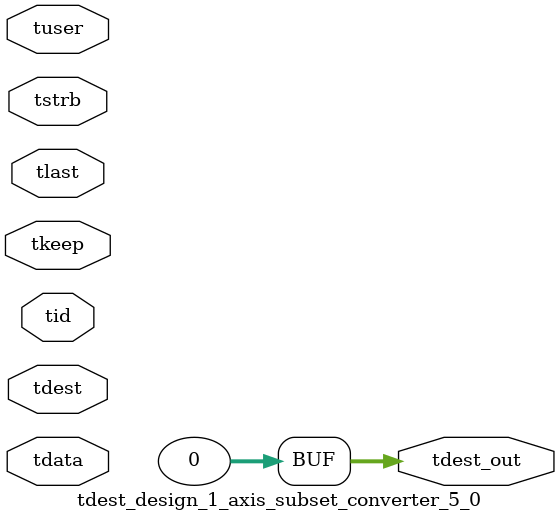
<source format=v>


`timescale 1ps/1ps

module tdest_design_1_axis_subset_converter_5_0 #
(
parameter C_S_AXIS_TDATA_WIDTH = 32,
parameter C_S_AXIS_TUSER_WIDTH = 0,
parameter C_S_AXIS_TID_WIDTH   = 0,
parameter C_S_AXIS_TDEST_WIDTH = 0,
parameter C_M_AXIS_TDEST_WIDTH = 32
)
(
input  [(C_S_AXIS_TDATA_WIDTH == 0 ? 1 : C_S_AXIS_TDATA_WIDTH)-1:0     ] tdata,
input  [(C_S_AXIS_TUSER_WIDTH == 0 ? 1 : C_S_AXIS_TUSER_WIDTH)-1:0     ] tuser,
input  [(C_S_AXIS_TID_WIDTH   == 0 ? 1 : C_S_AXIS_TID_WIDTH)-1:0       ] tid,
input  [(C_S_AXIS_TDEST_WIDTH == 0 ? 1 : C_S_AXIS_TDEST_WIDTH)-1:0     ] tdest,
input  [(C_S_AXIS_TDATA_WIDTH/8)-1:0 ] tkeep,
input  [(C_S_AXIS_TDATA_WIDTH/8)-1:0 ] tstrb,
input                                                                    tlast,
output [C_M_AXIS_TDEST_WIDTH-1:0] tdest_out
);

assign tdest_out = {1'b0};

endmodule


</source>
